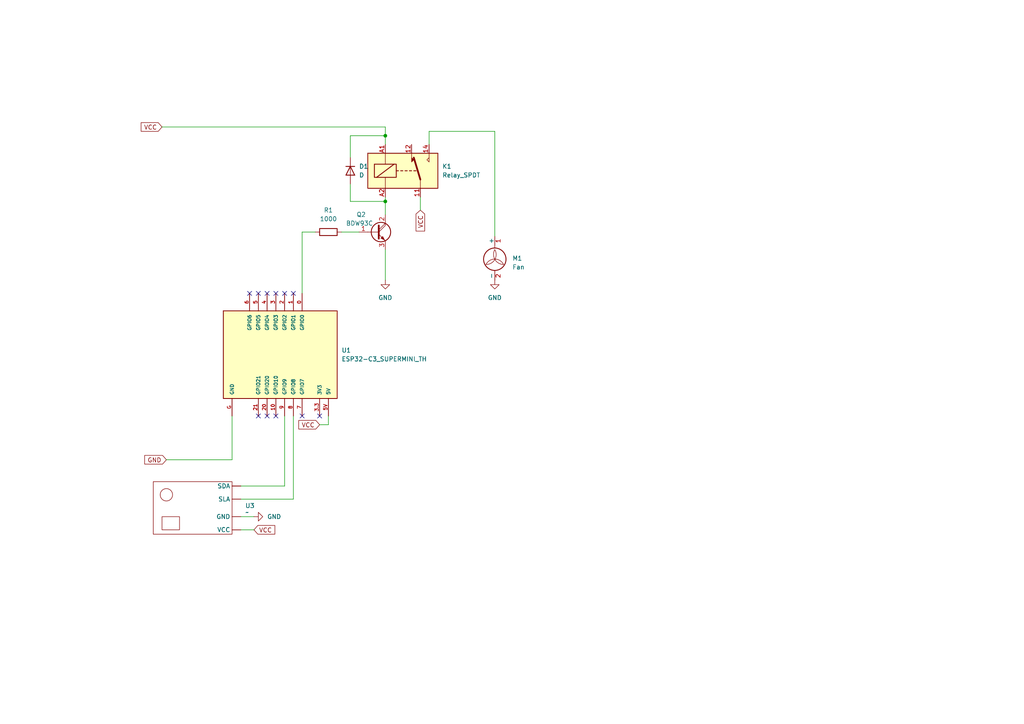
<source format=kicad_sch>
(kicad_sch (version 20250114) (generator "eeschema") (generator_version "9.0")
  (paper "A4")
  (lib_symbols
    (symbol "DIY:AH10"
      (property "Reference" "U3" (at 10.7949 29.21 90))
      (property "Value" "~" (at 12.7 29.21 90))
      (symbol "AH10_0_1"
        (rectangle (start 3.81 2.54) (end 19.05 25.4))
        (circle (center 7.62 6.35) (radius 1.7961))
        (polyline (pts (xy 13.97 5.08) (xy 17.78 5.08) (xy 17.78 10.16) (xy 13.97 10.16) (xy 13.97 5.08)))
      )
      (symbol "AH10_1_1"
        (pin input line (at 5.08 27.94 270) (length 2.54) (name "SDA") (number ""))
        (pin input line (at 8.89 27.94 270) (length 2.54) (name "SLA") (number ""))
        (pin input line (at 13.97 27.94 270) (length 2.54) (name "GND") (number ""))
        (pin input line (at 17.78 27.94 270) (length 2.54) (name "VCC") (number ""))
      )
    )
    (symbol "Device:D" (pin_numbers (hide yes)) (pin_names (offset 1.016) (hide yes))
      (property "Reference" "D" (at 0 2.54 0))
      (property "Value" "D" (at 0 -2.54 0))
      (symbol "D_0_1"
        (polyline (pts (xy -1.27 1.27) (xy -1.27 -1.27)) (stroke (width 0.254)))
        (polyline (pts (xy 1.27 1.27) (xy 1.27 -1.27) (xy -1.27 0) (xy 1.27 1.27)) (stroke (width 0.254)))
        (polyline (pts (xy 1.27 0) (xy -1.27 0)))
      )
      (symbol "D_1_1"
        (pin passive line (at -3.81 0 0) (length 2.54) (name "K") (number "1"))
        (pin passive line (at 3.81 0 180) (length 2.54) (name "A") (number "2"))
      )
    )
    (symbol "Device:R" (pin_numbers (hide yes)) (pin_names (offset 0))
      (property "Reference" "R" (at 2.032 0 90))
      (property "Value" "R" (at 0 0 90))
      (symbol "R_0_1"
        (rectangle (start -1.016 -2.54) (end 1.016 2.54) (stroke (width 0.254)))
      )
      (symbol "R_1_1"
        (pin passive line (at 0 3.81 270) (length 1.27) (name "~") (number "1"))
        (pin passive line (at 0 -3.81 90) (length 1.27) (name "~") (number "2"))
      )
    )
    (symbol "ESP32-C3_SUPERMINI_TH:ESP32-C3_SUPERMINI_TH" (pin_names (offset 1.016))
      (property "Reference" "U" (at -12.7 16.002 0))
      (property "Value" "ESP32-C3_SUPERMINI_TH" (at -12.7 -20.32 0))
      (symbol "ESP32-C3_SUPERMINI_TH_0_0"
        (rectangle (start -12.7 -17.78) (end 12.7 15.24) (stroke (width 0.254)) (fill (type background)))
        (pin bidirectional line (at -17.78 5.08 0) (length 5.08) (name "GPIO0") (number "0"))
        (pin bidirectional line (at -17.78 2.54 0) (length 5.08) (name "GPIO1") (number "1"))
        (pin bidirectional line (at -17.78 0 0) (length 5.08) (name "GPIO2") (number "2"))
        (pin bidirectional line (at -17.78 -2.54 0) (length 5.08) (name "GPIO3") (number "3"))
        (pin bidirectional line (at -17.78 -5.08 0) (length 5.08) (name "GPIO4") (number "4"))
        (pin bidirectional line (at -17.78 -7.62 0) (length 5.08) (name "GPIO5") (number "5"))
        (pin bidirectional line (at -17.78 -10.16 0) (length 5.08) (name "GPIO6") (number "6"))
        (pin power_in line (at 17.78 12.7 180) (length 5.08) (name "5V") (number "5V"))
        (pin power_in line (at 17.78 10.16 180) (length 5.08) (name "3V3") (number "3.3"))
        (pin bidirectional line (at 17.78 5.08 180) (length 5.08) (name "GPIO7") (number "7"))
        (pin bidirectional line (at 17.78 2.54 180) (length 5.08) (name "GPIO8") (number "8"))
        (pin bidirectional line (at 17.78 0 180) (length 5.08) (name "GPIO9") (number "9"))
        (pin bidirectional line (at 17.78 -2.54 180) (length 5.08) (name "GPIO10") (number "10"))
        (pin bidirectional line (at 17.78 -5.08 180) (length 5.08) (name "GPIO20") (number "20"))
        (pin bidirectional line (at 17.78 -7.62 180) (length 5.08) (name "GPIO21") (number "21"))
        (pin power_in line (at 17.78 -15.24 180) (length 5.08) (name "GND") (number "G"))
      )
    )
    (symbol "Motor:Fan" (pin_names (offset 0))
      (property "Reference" "M" (at 2.54 5.08 0))
      (property "Value" "Fan" (at 2.54 -2.54 0))
      (symbol "Fan_0_1"
        (arc (start 0 3.81) (mid -0.0015 0.9048) (end -2.54 -0.508))
        (polyline (pts (xy 0 4.572) (xy 0 5.08)))
        (polyline (pts (xy 0 4.2672) (xy 0 4.6228)))
        (circle (center 0 1.016) (radius 3.2512) (stroke (width 0.254)))
        (arc (start -2.54 -0.508) (mid 0 1.0618) (end 2.54 -0.508))
        (polyline (pts (xy 0 -2.2352) (xy 0 -2.6416)))
        (polyline (pts (xy 0 -5.08) (xy 0 -4.572)))
        (arc (start 2.54 -0.508) (mid 0.047 0.9315) (end 0 3.81))
      )
      (symbol "Fan_1_1"
        (pin passive line (at 0 7.62 270) (length 2.54) (name "+") (number "1"))
        (pin passive line (at 0 -5.08 90) (length 2.54) (name "-") (number "2"))
      )
    )
    (symbol "Relay:Relay_SPDT"
      (property "Reference" "K" (at 11.43 3.81 0))
      (property "Value" "Relay_SPDT" (at 11.43 1.27 0))
      (symbol "Relay_SPDT_0_0"
        (polyline (pts (xy 7.62 5.08) (xy 7.62 2.54) (xy 6.985 3.175) (xy 7.62 3.81)))
      )
      (symbol "Relay_SPDT_0_1"
        (rectangle (start -10.16 5.08) (end 10.16 -5.08) (stroke (width 0.254)) (fill (type background)))
        (rectangle (start -8.255 1.905) (end -1.905 -1.905) (stroke (width 0.254)))
        (polyline (pts (xy -7.62 -1.905) (xy -2.54 1.905)) (stroke (width 0.254)))
        (polyline (pts (xy -5.08 5.08) (xy -5.08 1.905)))
        (polyline (pts (xy -5.08 -5.08) (xy -5.08 -1.905)))
        (polyline (pts (xy -1.905 0) (xy -1.27 0)) (stroke (width 0.254)))
        (polyline (pts (xy -0.635 0) (xy 0 0)) (stroke (width 0.254)))
        (polyline (pts (xy 0.635 0) (xy 1.27 0)) (stroke (width 0.254)))
        (polyline (pts (xy 1.905 0) (xy 2.54 0)) (stroke (width 0.254)))
        (polyline (pts (xy 2.54 5.08) (xy 2.54 2.54) (xy 3.175 3.175) (xy 2.54 3.81)) (fill (type outline)))
        (polyline (pts (xy 3.175 0) (xy 3.81 0)) (stroke (width 0.254)))
        (polyline (pts (xy 5.08 -2.54) (xy 3.175 3.81)) (stroke (width 0.508)))
        (polyline (pts (xy 5.08 -2.54) (xy 5.08 -5.08)))
      )
      (symbol "Relay_SPDT_1_1"
        (pin passive line (at -5.08 7.62 270) (length 2.54) (name "~") (number "A1"))
        (pin passive line (at -5.08 -7.62 90) (length 2.54) (name "~") (number "A2"))
        (pin passive line (at 2.54 7.62 270) (length 2.54) (name "~") (number "12"))
        (pin passive line (at 5.08 -7.62 90) (length 2.54) (name "~") (number "11"))
        (pin passive line (at 7.62 7.62 270) (length 2.54) (name "~") (number "14"))
      )
    )
    (symbol "Transistor_BJT:BDW93C" (pin_names (offset 0) (hide yes))
      (property "Reference" "Q" (at 5.08 1.905 0))
      (property "Value" "BDW93C" (at 5.08 0 0))
      (symbol "BDW93C_0_1"
        (polyline (pts (xy -2.54 0) (xy 0.635 0)))
        (polyline (pts (xy 0.635 1.905) (xy 0.635 -1.905)) (stroke (width 0.508)))
        (polyline (pts (xy 0.635 0) (xy 2.54 1.905) (xy 2.54 2.54)))
        (circle (center 1.27 0) (radius 2.8194) (stroke (width 0.254)))
      )
      (symbol "BDW93C_1_1"
        (polyline (pts (xy 0.635 0.635) (xy 2.54 2.54)))
        (polyline (pts (xy 0.635 -0.635) (xy 2.54 -2.54)))
        (polyline (pts (xy 1.27 -1.778) (xy 1.778 -1.27) (xy 2.286 -2.286) (xy 1.27 -1.778)) (fill (type outline)))
        (pin input line (at -5.08 0 0) (length 2.54) (name "B") (number "1"))
        (pin passive line (at 2.54 5.08 270) (length 2.54) (name "C") (number "2"))
        (pin passive line (at 2.54 -5.08 90) (length 2.54) (name "E") (number "3"))
      )
    )
    (symbol "power:GND" (power) (pin_numbers (hide yes)) (pin_names (offset 0) (hide yes))
      (property "Value" "GND" (at 0 -3.81 0))
      (symbol "GND_0_1"
        (polyline (pts (xy 0 0) (xy 0 -1.27) (xy 1.27 -1.27) (xy 0 -2.54) (xy -1.27 -1.27) (xy 0 -1.27)))
      )
      (symbol "GND_1_1"
        (pin power_in line (at 0 0 270) (length 0) (name "~") (number "1"))
      )
    )
  )
  (junction (at 111.76 58.42))
  (junction (at 111.76 39.37))
  (no_connect (at 77.47 85.09))
  (no_connect (at 72.39 85.09))
  (no_connect (at 77.47 120.65))
  (no_connect (at 87.63 120.65))
  (no_connect (at 85.09 85.09))
  (no_connect (at 74.93 85.09))
  (no_connect (at 80.01 85.09))
  (no_connect (at 82.55 85.09))
  (no_connect (at 92.71 120.65))
  (no_connect (at 80.01 120.65))
  (no_connect (at 74.93 120.65))
  (wire (pts (xy 69.85 153.67) (xy 73.66 153.67)))
  (wire (pts (xy 99.06 67.31) (xy 104.14 67.31)))
  (wire (pts (xy 111.76 72.39) (xy 111.76 81.28)))
  (wire (pts (xy 111.76 36.83) (xy 111.76 39.37)))
  (wire (pts (xy 67.31 133.35) (xy 67.31 120.65)))
  (wire (pts (xy 101.6 45.72) (xy 101.6 39.37)))
  (wire (pts (xy 143.51 68.58) (xy 143.51 38.1)))
  (wire (pts (xy 111.76 39.37) (xy 111.76 41.91)))
  (wire (pts (xy 69.85 144.78) (xy 85.09 144.78)))
  (wire (pts (xy 46.99 36.83) (xy 111.76 36.83)))
  (wire (pts (xy 124.46 38.1) (xy 124.46 41.91)))
  (wire (pts (xy 121.92 57.15) (xy 121.92 60.96)))
  (wire (pts (xy 85.09 144.78) (xy 85.09 120.65)))
  (wire (pts (xy 82.55 140.97) (xy 82.55 120.65)))
  (wire (pts (xy 143.51 38.1) (xy 124.46 38.1)))
  (wire (pts (xy 69.85 149.86) (xy 73.66 149.86)))
  (wire (pts (xy 87.63 67.31) (xy 91.44 67.31)))
  (wire (pts (xy 87.63 85.09) (xy 87.63 67.31)))
  (wire (pts (xy 101.6 58.42) (xy 101.6 53.34)))
  (wire (pts (xy 111.76 57.15) (xy 111.76 58.42)))
  (wire (pts (xy 111.76 58.42) (xy 111.76 62.23)))
  (wire (pts (xy 111.76 58.42) (xy 101.6 58.42)))
  (wire (pts (xy 69.85 140.97) (xy 82.55 140.97)))
  (wire (pts (xy 95.25 123.19) (xy 92.71 123.19)))
  (wire (pts (xy 48.26 133.35) (xy 67.31 133.35)))
  (wire (pts (xy 101.6 39.37) (xy 111.76 39.37)))
  (wire (pts (xy 95.25 123.19) (xy 95.25 120.65)))
  (global_label "VCC" (shape input) (at 92.71 123.19 180) (property "Intersheetrefs" "${INTERSHEET_REFS}" (effects (hide yes))))
  (global_label "VCC" (shape input) (at 46.99 36.83 180) (property "Intersheetrefs" "${INTERSHEET_REFS}" (effects (hide yes))))
  (global_label "GND" (shape input) (at 48.26 133.35 180) (property "Intersheetrefs" "${INTERSHEET_REFS}" (effects (hide yes))))
  (global_label "VCC" (shape input) (at 121.92 60.96 270) (property "Intersheetrefs" "${INTERSHEET_REFS}" (effects (hide yes))))
  (global_label "VCC" (shape input) (at 73.66 153.67 0) (property "Intersheetrefs" "${INTERSHEET_REFS}" (effects (hide yes))))
  (symbol (lib_id "Device:R") (at 95.25 67.31 90) (unit 1)
    (property "Reference" "R1" (at 95.25 60.96 90))
    (property "Value" "1000" (at 95.25 63.5 90))
    (property "Description" "Resistor" (effects (hide yes)))
  )
  (symbol (lib_id "Transistor_BJT:BDW93C") (at 109.22 67.31 0) (unit 1)
    (property "Reference" "Q2" (at 103.378 62.23 0) (effects (justify left)))
    (property "Value" "BDW93C" (at 100.33 64.77 0) (effects (justify left)))
    (property "Footprint" "Package_TO_SOT_THT:TO-220-3_Vertical" (effects (hide yes)))
    (property "Datasheet" "https://www.onsemi.com/pub/Collateral/BDW93C-D.pdf" (effects (hide yes)))
    (property "Description" "12A Ic, 100V Vce, Power Darlington NPN Transistor, TO-220" (effects (hide yes)))
  )
  (symbol (lib_id "power:GND") (at 143.51 81.28 0) (unit 1)
    (property "Reference" "#PWR03" (effects (hide yes)))
    (property "Value" "GND" (at 143.51 86.36 0))
    (property "Description" "Power symbol creates a global label with name \"GND\" , ground" (effects (hide yes)))
  )
  (symbol (lib_id "power:GND") (at 111.76 81.28 0) (unit 1)
    (property "Reference" "#PWR02" (effects (hide yes)))
    (property "Value" "GND" (at 111.76 86.36 0))
    (property "Description" "Power symbol creates a global label with name \"GND\" , ground" (effects (hide yes)))
  )
  (symbol (lib_id "power:GND") (at 73.66 149.86 90) (unit 1)
    (property "Reference" "#PWR01" (effects (hide yes)))
    (property "Value" "GND" (at 77.47 149.8599 90) (effects (justify right)))
    (property "Description" "Power symbol creates a global label with name \"GND\" , ground" (effects (hide yes)))
  )
  (symbol (lib_id "ESP32-C3_SUPERMINI_TH:ESP32-C3_SUPERMINI_TH") (at 82.55 102.87 270) (unit 1)
    (property "Reference" "U1" (at 99.06 101.5999 90) (effects (justify left)))
    (property "Value" "ESP32-C3_SUPERMINI_TH" (at 99.06 104.1399 90) (effects (justify left)))
    (property "Footprint" "ESP32-C3_SUPERMINI_TH:MODULE_ESP32-C3_SUPERMINI" (effects (hide yes)))
    (property "MF" "Espressif Systems" (effects (hide yes)))
    (property "MAXIMUM_PACKAGE_HEIGHT" "4.2mm" (effects (hide yes)))
    (property "Package" "Package" (effects (hide yes)))
    (property "Price" "None" (effects (hide yes)))
    (property "Check_prices" "https://www.snapeda.com/parts/ESP32-C3%20SuperMini_TH/Espressif+Systems/view-part/?ref=eda" (effects (hide yes)))
    (property "STANDARD" "Manufacturer Recommendations" (effects (hide yes)))
    (property "SnapEDA_Link" "https://www.snapeda.com/parts/ESP32-C3%20SuperMini_TH/Espressif+Systems/view-part/?ref=snap" (effects (hide yes)))
    (property "MP" "ESP32-C3 SuperMini_TH" (effects (hide yes)))
    (property "Description_1" "Super tiny ESP32-C3 board" (effects (hide yes)))
    (property "Availability" "Not in stock" (effects (hide yes)))
    (property "MANUFACTURER" "Espressif" (effects (hide yes)))
  )
  (symbol (lib_id "Relay:Relay_SPDT") (at 116.84 49.53 0) (unit 1)
    (property "Reference" "K1" (at 128.27 48.2599 0) (effects (justify left)))
    (property "Value" "Relay_SPDT" (at 128.27 50.7999 0) (effects (justify left)))
    (property "Description" "Relay SPDT, monostable, EN50005" (effects (hide yes)))
  )
  (symbol (lib_id "DIY:AH10") (at 41.91 135.89 270) (unit 1)
    (property "Reference" "U3" (at 71.12 146.6849 90) (effects (justify left)))
    (property "Value" "~" (at 71.12 148.59 90) (effects (justify left)))
  )
  (symbol (lib_id "Device:D") (at 101.6 49.53 270) (unit 1)
    (property "Reference" "D1" (at 104.14 48.2599 90) (effects (justify left)))
    (property "Value" "D" (at 104.14 50.7999 90) (effects (justify left)))
    (property "Description" "Diode" (effects (hide yes)))
    (property "Sim.Device" "D" (effects (hide yes)))
    (property "Sim.Pins" "1=K 2=A" (effects (hide yes)))
  )
  (symbol (lib_id "Motor:Fan") (at 143.51 76.2 0) (unit 1)
    (property "Reference" "M1" (at 148.59 74.9299 0) (effects (justify left)))
    (property "Value" "Fan" (at 148.59 77.4699 0) (effects (justify left)))
    (property "Description" "Fan" (effects (hide yes)))
  )
)
</source>
